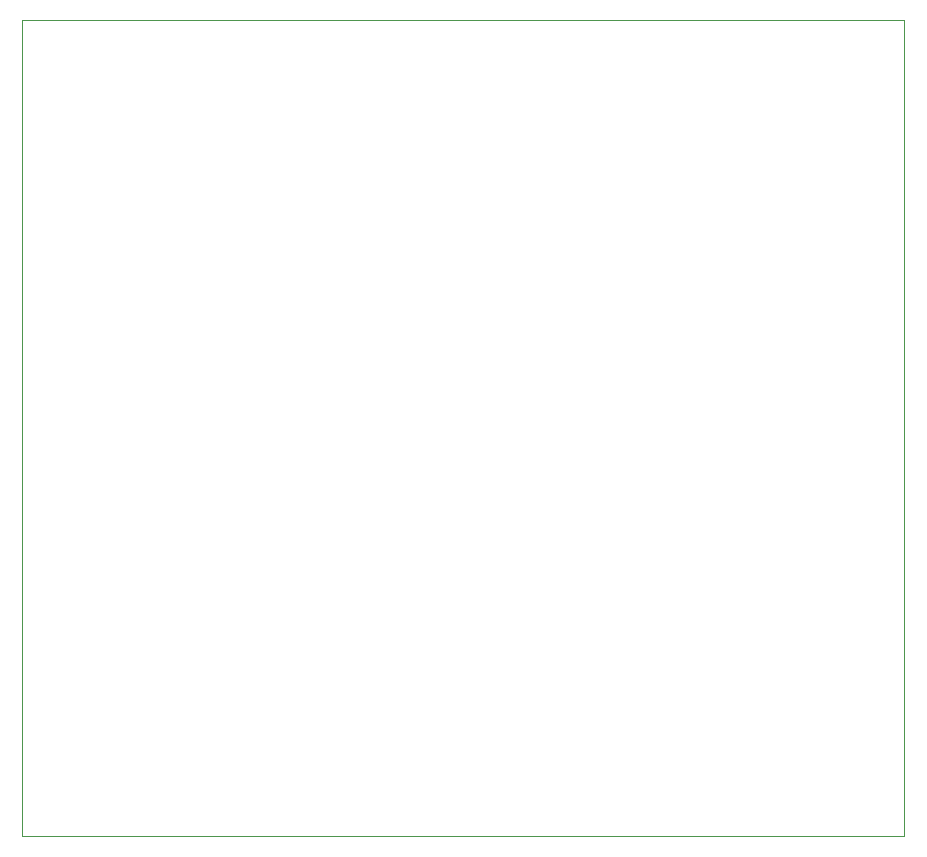
<source format=gbr>
%TF.GenerationSoftware,KiCad,Pcbnew,8.0.4*%
%TF.CreationDate,2024-08-16T13:31:29+02:00*%
%TF.ProjectId,throttle-tune,7468726f-7474-46c6-952d-74756e652e6b,rev?*%
%TF.SameCoordinates,Original*%
%TF.FileFunction,Profile,NP*%
%FSLAX46Y46*%
G04 Gerber Fmt 4.6, Leading zero omitted, Abs format (unit mm)*
G04 Created by KiCad (PCBNEW 8.0.4) date 2024-08-16 13:31:29*
%MOMM*%
%LPD*%
G01*
G04 APERTURE LIST*
%TA.AperFunction,Profile*%
%ADD10C,0.050000*%
%TD*%
G04 APERTURE END LIST*
D10*
X0Y0D02*
X74676000Y0D01*
X74676000Y-69088000D01*
X0Y-69088000D01*
X0Y0D01*
M02*

</source>
